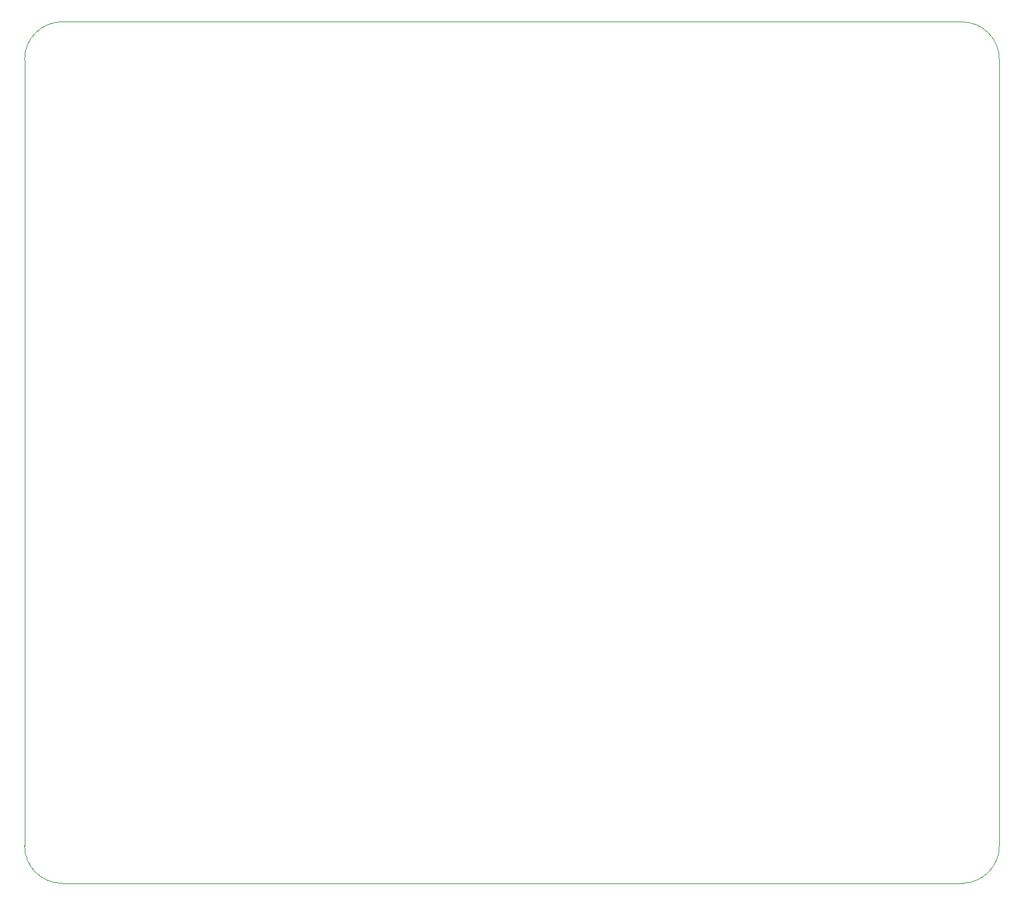
<source format=gm1>
G04 #@! TF.GenerationSoftware,KiCad,Pcbnew,8.0.3*
G04 #@! TF.CreationDate,2024-07-02T01:34:26-03:00*
G04 #@! TF.ProjectId,tp4potencia-rounded,74703470-6f74-4656-9e63-69612d726f75,1.0*
G04 #@! TF.SameCoordinates,Original*
G04 #@! TF.FileFunction,Profile,NP*
%FSLAX46Y46*%
G04 Gerber Fmt 4.6, Leading zero omitted, Abs format (unit mm)*
G04 Created by KiCad (PCBNEW 8.0.3) date 2024-07-02 01:34:26*
%MOMM*%
%LPD*%
G01*
G04 APERTURE LIST*
G04 #@! TA.AperFunction,Profile*
%ADD10C,0.050000*%
G04 #@! TD*
G04 APERTURE END LIST*
D10*
X212500000Y-137500000D02*
X212500000Y-32500000D01*
X207500000Y-27500000D02*
X87500000Y-27500000D01*
X207500000Y-27500000D02*
G75*
G02*
X212500000Y-32500000I0J-5000000D01*
G01*
X87500000Y-142500000D02*
X207500000Y-142500000D01*
X87500000Y-142500000D02*
G75*
G02*
X82500000Y-137500000I0J5000000D01*
G01*
X82500000Y-32500000D02*
X82500000Y-137500000D01*
X212500000Y-137500000D02*
G75*
G02*
X207500000Y-142500000I-5000000J0D01*
G01*
X82500000Y-32500000D02*
G75*
G02*
X87500000Y-27500000I5000000J0D01*
G01*
M02*

</source>
